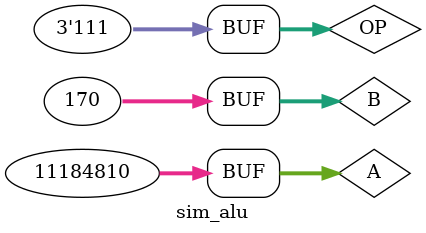
<source format=v>
`timescale 1ns/1ps



module sim_alu ();
    reg [31:0] A,B;
    reg [2:0] OP;
    wire [31:0] F_1;
    wire [31:0] F_2;
    wire ZF_2,CF_2,OF_2,SF_2,PF_2;
    wire ZF_1,CF_1,OF_1,SF_1,PF_1;
    initial begin
        A=0; B=0;
        OP=0; //and
        begin   #2 A='hacd4_38f4; B='h1930_a333; //ans='h0810_2030
                #2 A='h0022_2314; B='ha934_3489; //ans='h0020_2000
        end
        #2
        OP=1; //or
        begin   #2 A='hacd4_38f4; B='hd930_a333; //ans='hFDF4_BBF7
        end
        #2
        OP=2; //xor
        begin   #2 A='hacd4_38f4; B='h1930_a333; //ans='hb5e4_9bc7
        end
        #2
        OP=3; //nor
        begin   #2 A='hacd4_38f4; B='h1930_a333; //ans= 420b 4408
        end
        #2
        OP=4; //add
        begin   #2 A='hacd4_38f4; B='h1930_a333; 
                #2 A='hf920_acdd; B='h32aa_bbcc;
                #2 A='h7999_aaaa; B='h7999_0000;
        end
        #2
        OP=5; //sub
        begin   #2 A='h0cd4_38f4; B='h1930_a333;
                #2 A='haaaa_bbbb; B='h2322_aaaa;
        end
        #2
        OP=6; //cmp
        begin   #2 A='hacd4_38f4; B='h1930_a333;
                #2 A='h0000_1111; B='ha000_bbbb;
        end
        #2
        OP=7; //sal
        begin   #2 B='hacd4_38f4; A='h0000_0009; //1 a871_e800
                #2 A='h00aa_aaaa; B='h0000_00aa; // 0000 OF;
        end
    end
    ALU   alu1(.F(F_2),.A(A),.B(B),.OP({0,OP}),.ZF(ZF_2) , .CF(CF_2) , .OF(OF_2) ,.SF(SF_2), .PF(PF_2));
endmodule
</source>
